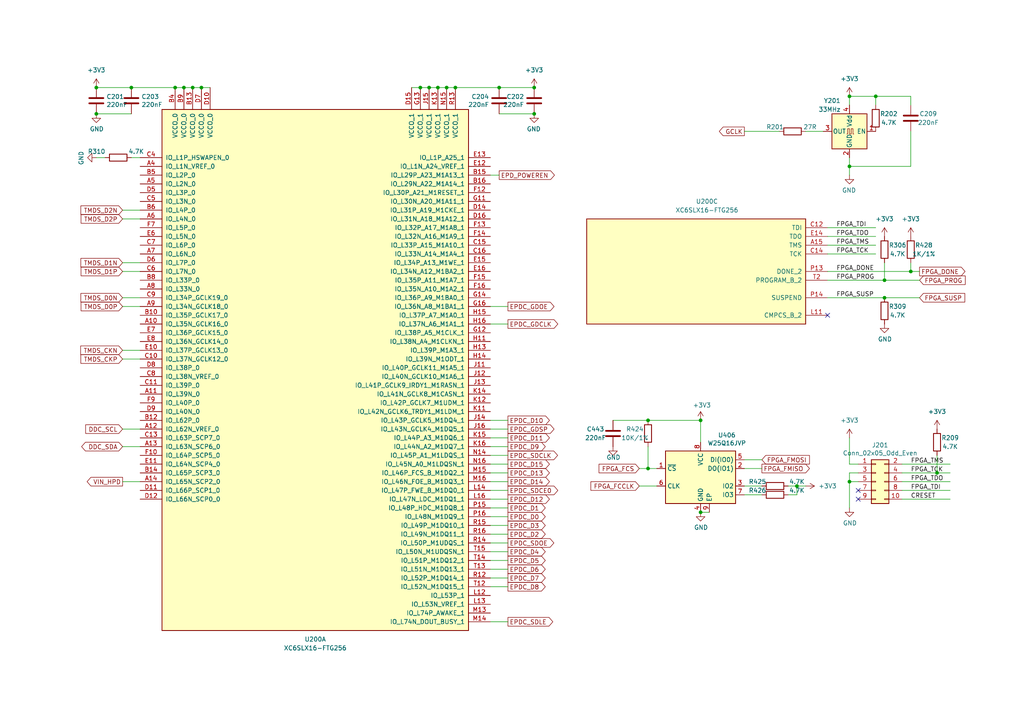
<source format=kicad_sch>
(kicad_sch (version 20230121) (generator eeschema)
  (paper "A4")
  (title_block (title "Caster EPDC") (date "2022-07-03") (rev "R0.4") (company "Copyright 2022 Modos / Engineer: Wenting Zhang"))
  (lib_symbols
    (symbol "Connector_Generic:Conn_02x05_Odd_Even" (pin_names (offset 1.016) hide)
      (property "Reference" "J" (at 1.27 7.62 0))
      (property "Value" "Conn_02x05_Odd_Even" (at 1.27 -7.62 0))
      (symbol "Conn_02x05_Odd_Even_1_1"
        (rectangle (start -1.27 -4.953) (end 0 -5.207) (stroke (width 0.1524)))
        (rectangle (start -1.27 -2.413) (end 0 -2.667) (stroke (width 0.1524)))
        (rectangle (start -1.27 0.127) (end 0 -0.127) (stroke (width 0.1524)))
        (rectangle (start -1.27 2.667) (end 0 2.413) (stroke (width 0.1524)))
        (rectangle (start -1.27 5.207) (end 0 4.953) (stroke (width 0.1524)))
        (rectangle (start -1.27 6.35) (end 3.81 -6.35) (stroke (width 0.254)) (fill (type background)))
        (rectangle (start 3.81 -4.953) (end 2.54 -5.207) (stroke (width 0.1524)))
        (rectangle (start 3.81 -2.413) (end 2.54 -2.667) (stroke (width 0.1524)))
        (rectangle (start 3.81 0.127) (end 2.54 -0.127) (stroke (width 0.1524)))
        (rectangle (start 3.81 2.667) (end 2.54 2.413) (stroke (width 0.1524)))
        (rectangle (start 3.81 5.207) (end 2.54 4.953) (stroke (width 0.1524)))
        (pin passive line (at -5.08 5.08 0) (length 3.81) (name "Pin_1") (number "1"))
        (pin passive line (at 7.62 -5.08 180) (length 3.81) (name "Pin_10") (number "10"))
        (pin passive line (at 7.62 5.08 180) (length 3.81) (name "Pin_2") (number "2"))
        (pin passive line (at -5.08 2.54 0) (length 3.81) (name "Pin_3") (number "3"))
        (pin passive line (at 7.62 2.54 180) (length 3.81) (name "Pin_4") (number "4"))
        (pin passive line (at -5.08 0 0) (length 3.81) (name "Pin_5") (number "5"))
        (pin passive line (at 7.62 0 180) (length 3.81) (name "Pin_6") (number "6"))
        (pin passive line (at -5.08 -2.54 0) (length 3.81) (name "Pin_7") (number "7"))
        (pin passive line (at 7.62 -2.54 180) (length 3.81) (name "Pin_8") (number "8"))
        (pin passive line (at -5.08 -5.08 0) (length 3.81) (name "Pin_9") (number "9"))
      )
    )
    (symbol "Device:C" (pin_numbers hide) (pin_names (offset 0.254))
      (property "Reference" "C" (at 0.635 2.54 0))
      (property "Value" "C" (at 0.635 -2.54 0))
      (symbol "C_0_1"
        (polyline (pts (xy -2.032 -0.762) (xy 2.032 -0.762)) (stroke (width 0.508)))
        (polyline (pts (xy -2.032 0.762) (xy 2.032 0.762)) (stroke (width 0.508)))
      )
      (symbol "C_1_1"
        (pin passive line (at 0 3.81 270) (length 2.794) (name "~") (number "1"))
        (pin passive line (at 0 -3.81 90) (length 2.794) (name "~") (number "2"))
      )
    )
    (symbol "Device:R" (pin_numbers hide) (pin_names (offset 0))
      (property "Reference" "R" (at 2.032 0 90))
      (property "Value" "R" (at 0 0 90))
      (symbol "R_0_1"
        (rectangle (start -1.016 -2.54) (end 1.016 2.54) (stroke (width 0.254)))
      )
      (symbol "R_1_1"
        (pin passive line (at 0 3.81 270) (length 1.27) (name "~") (number "1"))
        (pin passive line (at 0 -3.81 90) (length 1.27) (name "~") (number "2"))
      )
    )
    (symbol "FPGA_Xilinx_Spartan6:XC6SLX16-FTG256" (pin_names (offset 1.016))
      (property "Reference" "U" (at 0 1.27 0))
      (property "Value" "XC6SLX16-FTG256" (at 0 -1.27 0))
      (symbol "XC6SLX16-FTG256_1_1"
        (rectangle (start -44.45 72.39) (end 44.45 -78.74) (stroke (width 0.254)) (fill (type background)))
        (pin bidirectional line (at -50.8 10.16 0) (length 6.35) (name "IO_L35N_GCLK16_0") (number "A10"))
        (pin bidirectional line (at -50.8 -10.16 0) (length 6.35) (name "IO_L39N_0") (number "A11"))
        (pin bidirectional line (at -50.8 -20.32 0) (length 6.35) (name "IO_L62N_VREF_0") (number "A12"))
        (pin bidirectional line (at -50.8 -25.4 0) (length 6.35) (name "IO_L63N_SCP6_0") (number "A13"))
        (pin bidirectional line (at -50.8 -35.56 0) (length 6.35) (name "IO_L65N_SCP2_0") (number "A14"))
        (pin bidirectional line (at -50.8 55.88 0) (length 6.35) (name "IO_L1N_VREF_0") (number "A4"))
        (pin bidirectional line (at -50.8 50.8 0) (length 6.35) (name "IO_L2N_0") (number "A5"))
        (pin bidirectional line (at -50.8 40.64 0) (length 6.35) (name "IO_L4N_0") (number "A6"))
        (pin bidirectional line (at -50.8 30.48 0) (length 6.35) (name "IO_L6N_0") (number "A7"))
        (pin bidirectional line (at -50.8 20.32 0) (length 6.35) (name "IO_L33N_0") (number "A8"))
        (pin bidirectional line (at -50.8 15.24 0) (length 6.35) (name "IO_L34N_GCLK18_0") (number "A9"))
        (pin bidirectional line (at -50.8 12.7 0) (length 6.35) (name "IO_L35P_GCLK17_0") (number "B10"))
        (pin bidirectional line (at -50.8 -17.78 0) (length 6.35) (name "IO_L62P_0") (number "B12"))
        (pin power_in line (at -35.56 78.74 270) (length 6.35) (name "VCCO_0") (number "B13"))
        (pin bidirectional line (at -50.8 -33.02 0) (length 6.35) (name "IO_L65P_SCP3_0") (number "B14"))
        (pin bidirectional line (at 50.8 53.34 180) (length 6.35) (name "IO_L29P_A23_M1A13_1") (number "B15"))
        (pin bidirectional line (at 50.8 50.8 180) (length 6.35) (name "IO_L29N_A22_M1A14_1") (number "B16"))
        (pin power_in line (at -40.64 78.74 270) (length 6.35) (name "VCCO_0") (number "B4"))
        (pin bidirectional line (at -50.8 53.34 0) (length 6.35) (name "IO_L2P_0") (number "B5"))
        (pin bidirectional line (at -50.8 43.18 0) (length 6.35) (name "IO_L4P_0") (number "B6"))
        (pin bidirectional line (at -50.8 22.86 0) (length 6.35) (name "IO_L33P_0") (number "B8"))
        (pin power_in line (at -38.1 78.74 270) (length 6.35) (name "VCCO_0") (number "B9"))
        (pin bidirectional line (at -50.8 0 0) (length 6.35) (name "IO_L37N_GCLK12_0") (number "C10"))
        (pin bidirectional line (at -50.8 -7.62 0) (length 6.35) (name "IO_L39P_0") (number "C11"))
        (pin bidirectional line (at -50.8 -22.86 0) (length 6.35) (name "IO_L63P_SCP7_0") (number "C13"))
        (pin bidirectional line (at 50.8 33.02 180) (length 6.35) (name "IO_L33P_A15_M1A10_1") (number "C15"))
        (pin bidirectional line (at 50.8 30.48 180) (length 6.35) (name "IO_L33N_A14_M1A4_1") (number "C16"))
        (pin bidirectional line (at -50.8 58.42 0) (length 6.35) (name "IO_L1P_HSWAPEN_0") (number "C4"))
        (pin bidirectional line (at -50.8 45.72 0) (length 6.35) (name "IO_L3N_0") (number "C5"))
        (pin bidirectional line (at -50.8 25.4 0) (length 6.35) (name "IO_L7N_0") (number "C6"))
        (pin bidirectional line (at -50.8 33.02 0) (length 6.35) (name "IO_L6P_0") (number "C7"))
        (pin bidirectional line (at -50.8 -5.08 0) (length 6.35) (name "IO_L38N_VREF_0") (number "C8"))
        (pin bidirectional line (at -50.8 17.78 0) (length 6.35) (name "IO_L34P_GCLK19_0") (number "C9"))
        (pin power_in line (at -30.48 78.74 270) (length 6.35) (name "VCCO_0") (number "D10"))
        (pin bidirectional line (at -50.8 -38.1 0) (length 6.35) (name "IO_L66P_SCP1_0") (number "D11"))
        (pin bidirectional line (at -50.8 -40.64 0) (length 6.35) (name "IO_L66N_SCP0_0") (number "D12"))
        (pin bidirectional line (at 50.8 43.18 180) (length 6.35) (name "IO_L31P_A19_M1CKE_1") (number "D14"))
        (pin power_in line (at 27.94 78.74 270) (length 6.35) (name "VCCO_1") (number "D15"))
        (pin bidirectional line (at 50.8 40.64 180) (length 6.35) (name "IO_L31N_A18_M1A12_1") (number "D16"))
        (pin bidirectional line (at -50.8 48.26 0) (length 6.35) (name "IO_L3P_0") (number "D5"))
        (pin bidirectional line (at -50.8 27.94 0) (length 6.35) (name "IO_L7P_0") (number "D6"))
        (pin power_in line (at -33.02 78.74 270) (length 6.35) (name "VCCO_0") (number "D7"))
        (pin bidirectional line (at -50.8 -2.54 0) (length 6.35) (name "IO_L38P_0") (number "D8"))
        (pin bidirectional line (at -50.8 -15.24 0) (length 6.35) (name "IO_L40N_0") (number "D9"))
        (pin bidirectional line (at -50.8 2.54 0) (length 6.35) (name "IO_L37P_GCLK13_0") (number "E10"))
        (pin bidirectional line (at -50.8 -30.48 0) (length 6.35) (name "IO_L64N_SCP4_0") (number "E11"))
        (pin bidirectional line (at 50.8 55.88 180) (length 6.35) (name "IO_L1N_A24_VREF_1") (number "E12"))
        (pin bidirectional line (at 50.8 58.42 180) (length 6.35) (name "IO_L1P_A25_1") (number "E13"))
        (pin bidirectional line (at 50.8 27.94 180) (length 6.35) (name "IO_L34P_A13_M1WE_1") (number "E15"))
        (pin bidirectional line (at 50.8 25.4 180) (length 6.35) (name "IO_L34N_A12_M1BA2_1") (number "E16"))
        (pin bidirectional line (at -50.8 35.56 0) (length 6.35) (name "IO_L5N_0") (number "E6"))
        (pin bidirectional line (at -50.8 7.62 0) (length 6.35) (name "IO_L36P_GCLK15_0") (number "E7"))
        (pin bidirectional line (at -50.8 5.08 0) (length 6.35) (name "IO_L36N_GCLK14_0") (number "E8"))
        (pin bidirectional line (at -50.8 -27.94 0) (length 6.35) (name "IO_L64P_SCP5_0") (number "F10"))
        (pin bidirectional line (at 50.8 48.26 180) (length 6.35) (name "IO_L30P_A21_M1RESET_1") (number "F12"))
        (pin bidirectional line (at 50.8 38.1 180) (length 6.35) (name "IO_L32P_A17_M1A8_1") (number "F13"))
        (pin bidirectional line (at 50.8 35.56 180) (length 6.35) (name "IO_L32N_A16_M1A9_1") (number "F14"))
        (pin bidirectional line (at 50.8 22.86 180) (length 6.35) (name "IO_L35P_A11_M1A7_1") (number "F15"))
        (pin bidirectional line (at 50.8 20.32 180) (length 6.35) (name "IO_L35N_A10_M1A2_1") (number "F16"))
        (pin bidirectional line (at -50.8 38.1 0) (length 6.35) (name "IO_L5P_0") (number "F7"))
        (pin bidirectional line (at -50.8 -12.7 0) (length 6.35) (name "IO_L40P_0") (number "F9"))
        (pin bidirectional line (at 50.8 45.72 180) (length 6.35) (name "IO_L30N_A20_M1A11_1") (number "G11"))
        (pin bidirectional line (at 50.8 7.62 180) (length 6.35) (name "IO_L38P_A5_M1CLK_1") (number "G12"))
        (pin power_in line (at 30.48 78.74 270) (length 6.35) (name "VCCO_1") (number "G13"))
        (pin bidirectional line (at 50.8 17.78 180) (length 6.35) (name "IO_L36P_A9_M1BA0_1") (number "G14"))
        (pin bidirectional line (at 50.8 15.24 180) (length 6.35) (name "IO_L36N_A8_M1BA1_1") (number "G16"))
        (pin bidirectional line (at 50.8 5.08 180) (length 6.35) (name "IO_L38N_A4_M1CLKN_1") (number "H11"))
        (pin bidirectional line (at 50.8 2.54 180) (length 6.35) (name "IO_L39P_M1A3_1") (number "H13"))
        (pin bidirectional line (at 50.8 0 180) (length 6.35) (name "IO_L39N_M1ODT_1") (number "H14"))
        (pin bidirectional line (at 50.8 12.7 180) (length 6.35) (name "IO_L37P_A7_M1A0_1") (number "H15"))
        (pin bidirectional line (at 50.8 10.16 180) (length 6.35) (name "IO_L37N_A6_M1A1_1") (number "H16"))
        (pin bidirectional line (at 50.8 -2.54 180) (length 6.35) (name "IO_L40P_GCLK11_M1A5_1") (number "J11"))
        (pin bidirectional line (at 50.8 -5.08 180) (length 6.35) (name "IO_L40N_GCLK10_M1A6_1") (number "J12"))
        (pin bidirectional line (at 50.8 -7.62 180) (length 6.35) (name "IO_L41P_GCLK9_IRDY1_M1RASN_1") (number "J13"))
        (pin bidirectional line (at 50.8 -17.78 180) (length 6.35) (name "IO_L43P_GCLK5_M1DQ4_1") (number "J14"))
        (pin power_in line (at 33.02 78.74 270) (length 6.35) (name "VCCO_1") (number "J15"))
        (pin bidirectional line (at 50.8 -20.32 180) (length 6.35) (name "IO_L43N_GCLK4_M1DQ5_1") (number "J16"))
        (pin bidirectional line (at 50.8 -15.24 180) (length 6.35) (name "IO_L42N_GCLK6_TRDY1_M1LDM_1") (number "K11"))
        (pin bidirectional line (at 50.8 -12.7 180) (length 6.35) (name "IO_L42P_GCLK7_M1UDM_1") (number "K12"))
        (pin power_in line (at 35.56 78.74 270) (length 6.35) (name "VCCO_1") (number "K13"))
        (pin bidirectional line (at 50.8 -10.16 180) (length 6.35) (name "IO_L41N_GCLK8_M1CASN_1") (number "K14"))
        (pin bidirectional line (at 50.8 -22.86 180) (length 6.35) (name "IO_L44P_A3_M1DQ6_1") (number "K15"))
        (pin bidirectional line (at 50.8 -25.4 180) (length 6.35) (name "IO_L44N_A2_M1DQ7_1") (number "K16"))
        (pin bidirectional line (at 50.8 -68.58 180) (length 6.35) (name "IO_L53P_1") (number "L12"))
        (pin bidirectional line (at 50.8 -71.12 180) (length 6.35) (name "IO_L53N_VREF_1") (number "L13"))
        (pin bidirectional line (at 50.8 -38.1 180) (length 6.35) (name "IO_L47P_FWE_B_M1DQ0_1") (number "L14"))
        (pin bidirectional line (at 50.8 -40.64 180) (length 6.35) (name "IO_L47N_LDC_M1DQ1_1") (number "L16"))
        (pin bidirectional line (at 50.8 -73.66 180) (length 6.35) (name "IO_L74P_AWAKE_1") (number "M13"))
        (pin bidirectional line (at 50.8 -76.2 180) (length 6.35) (name "IO_L74N_DOUT_BUSY_1") (number "M14"))
        (pin bidirectional line (at 50.8 -33.02 180) (length 6.35) (name "IO_L46P_FCS_B_M1DQ2_1") (number "M15"))
        (pin bidirectional line (at 50.8 -35.56 180) (length 6.35) (name "IO_L46N_FOE_B_M1DQ3_1") (number "M16"))
        (pin bidirectional line (at 50.8 -27.94 180) (length 6.35) (name "IO_L45P_A1_M1LDQS_1") (number "N14"))
        (pin power_in line (at 38.1 78.74 270) (length 6.35) (name "VCCO_1") (number "N15"))
        (pin bidirectional line (at 50.8 -30.48 180) (length 6.35) (name "IO_L45N_A0_M1LDQSN_1") (number "N16"))
        (pin bidirectional line (at 50.8 -43.18 180) (length 6.35) (name "IO_L48P_HDC_M1DQ8_1") (number "P15"))
        (pin bidirectional line (at 50.8 -45.72 180) (length 6.35) (name "IO_L48N_M1DQ9_1") (number "P16"))
        (pin bidirectional line (at 50.8 -63.5 180) (length 6.35) (name "IO_L52P_M1DQ14_1") (number "R12"))
        (pin power_in line (at 40.64 78.74 270) (length 6.35) (name "VCCO_1") (number "R13"))
        (pin bidirectional line (at 50.8 -53.34 180) (length 6.35) (name "IO_L50P_M1UDQS_1") (number "R14"))
        (pin bidirectional line (at 50.8 -48.26 180) (length 6.35) (name "IO_L49P_M1DQ10_1") (number "R15"))
        (pin bidirectional line (at 50.8 -50.8 180) (length 6.35) (name "IO_L49N_M1DQ11_1") (number "R16"))
        (pin bidirectional line (at 50.8 -66.04 180) (length 6.35) (name "IO_L52N_M1DQ15_1") (number "T12"))
        (pin bidirectional line (at 50.8 -60.96 180) (length 6.35) (name "IO_L51N_M1DQ13_1") (number "T13"))
        (pin bidirectional line (at 50.8 -58.42 180) (length 6.35) (name "IO_L51P_M1DQ12_1") (number "T14"))
        (pin bidirectional line (at 50.8 -55.88 180) (length 6.35) (name "IO_L50N_M1UDQSN_1") (number "T15"))
      )
      (symbol "XC6SLX16-FTG256_2_1"
        (rectangle (start -44.45 72.39) (end 44.45 -78.74) (stroke (width 0.254)) (fill (type background)))
        (pin bidirectional line (at 50.8 -55.88 180) (length 6.35) (name "IO_L52N_M3A9_3") (number "A2"))
        (pin bidirectional line (at 50.8 -76.2 180) (length 6.35) (name "IO_L83N_VREF_3") (number "A3"))
        (pin bidirectional line (at 50.8 -45.72 180) (length 6.35) (name "IO_L50N_M3BA2_3") (number "B1"))
        (pin bidirectional line (at 50.8 -53.34 180) (length 6.35) (name "IO_L52P_M3A8_3") (number "B2"))
        (pin bidirectional line (at 50.8 -73.66 180) (length 6.35) (name "IO_L83P_3") (number "B3"))
        (pin bidirectional line (at 50.8 -43.18 180) (length 6.35) (name "IO_L50P_M3WE_3") (number "C1"))
        (pin bidirectional line (at 50.8 -35.56 180) (length 6.35) (name "IO_L48N_M3BA1_3") (number "C2"))
        (pin bidirectional line (at 50.8 -33.02 180) (length 6.35) (name "IO_L48P_M3BA0_3") (number "C3"))
        (pin bidirectional line (at 50.8 -40.64 180) (length 6.35) (name "IO_L49N_M3A2_3") (number "D1"))
        (pin power_in line (at 30.48 78.74 270) (length 6.35) (name "VCCO_3") (number "D2"))
        (pin bidirectional line (at 50.8 -38.1 180) (length 6.35) (name "IO_L49P_M3A7_3") (number "D3"))
        (pin bidirectional line (at 50.8 -25.4 180) (length 6.35) (name "IO_L46N_M3CLKN_3") (number "E1"))
        (pin bidirectional line (at 50.8 -22.86 180) (length 6.35) (name "IO_L46P_M3CLK_3") (number "E2"))
        (pin bidirectional line (at 50.8 -66.04 180) (length 6.35) (name "IO_L54N_M3A11_3") (number "E3"))
        (pin bidirectional line (at 50.8 -63.5 180) (length 6.35) (name "IO_L54P_M3RESET_3") (number "E4"))
        (pin bidirectional line (at 50.8 0 180) (length 6.35) (name "IO_L41N_GCLK26_M3DQ5_3") (number "F1"))
        (pin bidirectional line (at 50.8 2.54 180) (length 6.35) (name "IO_L41P_GCLK27_M3DQ4_3") (number "F2"))
        (pin bidirectional line (at 50.8 -60.96 180) (length 6.35) (name "IO_L53N_M3A12_3") (number "F3"))
        (pin bidirectional line (at 50.8 -58.42 180) (length 6.35) (name "IO_L53P_M3CKE_3") (number "F4"))
        (pin bidirectional line (at 50.8 -71.12 180) (length 6.35) (name "IO_L55N_M3A14_3") (number "F5"))
        (pin bidirectional line (at 50.8 -68.58 180) (length 6.35) (name "IO_L55P_M3A13_3") (number "F6"))
        (pin bidirectional line (at 50.8 5.08 180) (length 6.35) (name "IO_L40N_M3DQ7_3") (number "G1"))
        (pin bidirectional line (at 50.8 7.62 180) (length 6.35) (name "IO_L40P_M3DQ6_3") (number "G3"))
        (pin power_in line (at 33.02 78.74 270) (length 6.35) (name "VCCO_3") (number "G4"))
        (pin bidirectional line (at 50.8 -50.8 180) (length 6.35) (name "IO_L51N_M3A4_3") (number "G5"))
        (pin bidirectional line (at 50.8 -48.26 180) (length 6.35) (name "IO_L51P_M3A10_3") (number "G6"))
        (pin bidirectional line (at 50.8 10.16 180) (length 6.35) (name "IO_L39N_M3LDQSN_3") (number "H1"))
        (pin bidirectional line (at 50.8 12.7 180) (length 6.35) (name "IO_L39P_M3LDQS_3") (number "H2"))
        (pin bidirectional line (at 50.8 -15.24 180) (length 6.35) (name "IO_L44N_GCLK20_M3A6_3") (number "H3"))
        (pin bidirectional line (at 50.8 -12.7 180) (length 6.35) (name "IO_L44P_GCLK21_M3A5_3") (number "H4"))
        (pin bidirectional line (at 50.8 -10.16 180) (length 6.35) (name "IO_L43N_GCLK22_IRDY2_M3CASN_3") (number "H5"))
        (pin bidirectional line (at 50.8 15.24 180) (length 6.35) (name "IO_L38N_M3DQ3_3") (number "J1"))
        (pin power_in line (at 35.56 78.74 270) (length 6.35) (name "VCCO_3") (number "J2"))
        (pin bidirectional line (at 50.8 17.78 180) (length 6.35) (name "IO_L38P_M3DQ2_3") (number "J3"))
        (pin bidirectional line (at 50.8 -5.08 180) (length 6.35) (name "IO_L42N_GCLK24_M3LDM_3") (number "J4"))
        (pin bidirectional line (at 50.8 -7.62 180) (length 6.35) (name "IO_L43P_GCLK23_M3RASN_3") (number "J6"))
        (pin bidirectional line (at 50.8 20.32 180) (length 6.35) (name "IO_L37N_M3DQ1_3") (number "K1"))
        (pin bidirectional line (at 50.8 22.86 180) (length 6.35) (name "IO_L37P_M3DQ0_3") (number "K2"))
        (pin bidirectional line (at 50.8 -2.54 180) (length 6.35) (name "IO_L42P_GCLK25_TRDY2_M3UDM_3") (number "K3"))
        (pin power_in line (at 38.1 78.74 270) (length 6.35) (name "VCCO_3") (number "K4"))
        (pin bidirectional line (at 50.8 -27.94 180) (length 6.35) (name "IO_L47P_M3A0_3") (number "K5"))
        (pin bidirectional line (at 50.8 -30.48 180) (length 6.35) (name "IO_L47N_M3A1_3") (number "K6"))
        (pin bidirectional line (at 50.8 25.4 180) (length 6.35) (name "IO_L36N_M3DQ9_3") (number "L1"))
        (pin bidirectional line (at -50.8 27.94 0) (length 6.35) (name "IO_L16P_2") (number "L10"))
        (pin bidirectional line (at 50.8 27.94 180) (length 6.35) (name "IO_L36P_M3DQ8_3") (number "L3"))
        (pin bidirectional line (at 50.8 -17.78 180) (length 6.35) (name "IO_L45P_M3A3_3") (number "L4"))
        (pin bidirectional line (at 50.8 -20.32 180) (length 6.35) (name "IO_L45N_M3ODT_3") (number "L5"))
        (pin bidirectional line (at -50.8 -20.32 0) (length 6.35) (name "IO_L62N_D6_2") (number "L7"))
        (pin bidirectional line (at -50.8 -17.78 0) (length 6.35) (name "IO_L62P_D5_2") (number "L8"))
        (pin bidirectional line (at 50.8 30.48 180) (length 6.35) (name "IO_L35N_M3DQ11_3") (number "M1"))
        (pin bidirectional line (at -50.8 25.4 0) (length 6.35) (name "IO_L16N_VREF_2") (number "M10"))
        (pin bidirectional line (at -50.8 50.8 0) (length 6.35) (name "IO_L2N_CMPMOSI_2") (number "M11"))
        (pin bidirectional line (at -50.8 53.34 0) (length 6.35) (name "IO_L2P_CMPCLK_2") (number "M12"))
        (pin bidirectional line (at 50.8 33.02 180) (length 6.35) (name "IO_L35P_M3DQ10_3") (number "M2"))
        (pin bidirectional line (at 50.8 55.88 180) (length 6.35) (name "IO_L1N_VREF_3") (number "M3"))
        (pin bidirectional line (at 50.8 58.42 180) (length 6.35) (name "IO_L1P_3") (number "M4"))
        (pin bidirectional line (at 50.8 53.34 180) (length 6.35) (name "IO_L2P_3") (number "M5"))
        (pin bidirectional line (at -50.8 -27.94 0) (length 6.35) (name "IO_L64P_D8_2") (number "M6"))
        (pin bidirectional line (at -50.8 5.08 0) (length 6.35) (name "IO_L31N_GCLK30_D15_2") (number "M7"))
        (pin bidirectional line (at -50.8 17.78 0) (length 6.35) (name "IO_L29P_GCLK3_2") (number "M9"))
        (pin bidirectional line (at 50.8 35.56 180) (length 6.35) (name "IO_L34N_M3UDQSN_3") (number "N1"))
        (pin power_in line (at -38.1 78.74 270) (length 6.35) (name "VCCO_2") (number "N10"))
        (pin bidirectional line (at -50.8 38.1 0) (length 6.35) (name "IO_L13P_M1_2") (number "N11"))
        (pin bidirectional line (at -50.8 43.18 0) (length 6.35) (name "IO_L12P_D1_MISO2_2") (number "N12"))
        (pin power_in line (at 40.64 78.74 270) (length 6.35) (name "VCCO_3") (number "N2"))
        (pin bidirectional line (at 50.8 38.1 180) (length 6.35) (name "IO_L34P_M3UDQS_3") (number "N3"))
        (pin bidirectional line (at 50.8 50.8 180) (length 6.35) (name "IO_L2N_3") (number "N4"))
        (pin bidirectional line (at -50.8 -12.7 0) (length 6.35) (name "IO_L49P_D3_2") (number "N5"))
        (pin bidirectional line (at -50.8 -30.48 0) (length 6.35) (name "IO_L64N_D9_2") (number "N6"))
        (pin power_in line (at -40.64 78.74 270) (length 6.35) (name "VCCO_2") (number "N7"))
        (pin bidirectional line (at -50.8 15.24 0) (length 6.35) (name "IO_L29N_GCLK2_2") (number "N8"))
        (pin bidirectional line (at -50.8 33.02 0) (length 6.35) (name "IO_L14P_D11_2") (number "N9"))
        (pin bidirectional line (at 50.8 40.64 180) (length 6.35) (name "IO_L33N_M3DQ13_3") (number "P1"))
        (pin bidirectional line (at -50.8 48.26 0) (length 6.35) (name "IO_L3P_D0_DIN_MISO_MISO1_2") (number "P10"))
        (pin bidirectional line (at -50.8 35.56 0) (length 6.35) (name "IO_L13N_D10_2") (number "P11"))
        (pin bidirectional line (at -50.8 40.64 0) (length 6.35) (name "IO_L12N_D2_MISO3_2") (number "P12"))
        (pin bidirectional line (at 50.8 43.18 180) (length 6.35) (name "IO_L33P_M3DQ12_3") (number "P2"))
        (pin bidirectional line (at -50.8 -22.86 0) (length 6.35) (name "IO_L63P_2") (number "P4"))
        (pin bidirectional line (at -50.8 -15.24 0) (length 6.35) (name "IO_L49N_D4_2") (number "P5"))
        (pin bidirectional line (at -50.8 -2.54 0) (length 6.35) (name "IO_L47P_2") (number "P6"))
        (pin bidirectional line (at -50.8 7.62 0) (length 6.35) (name "IO_L31P_GCLK31_D14_2") (number "P7"))
        (pin bidirectional line (at -50.8 12.7 0) (length 6.35) (name "IO_L30P_GCLK1_D13_2") (number "P8"))
        (pin bidirectional line (at -50.8 30.48 0) (length 6.35) (name "IO_L14N_D12_2") (number "P9"))
        (pin bidirectional line (at 50.8 45.72 180) (length 6.35) (name "IO_L32N_M3DQ15_3") (number "R1"))
        (pin bidirectional line (at -50.8 58.42 0) (length 6.35) (name "IO_L1P_CCLK_2") (number "R11"))
        (pin bidirectional line (at 50.8 48.26 180) (length 6.35) (name "IO_L32P_M3DQ14_3") (number "R2"))
        (pin bidirectional line (at -50.8 -33.02 0) (length 6.35) (name "IO_L65P_INIT_B_2") (number "R3"))
        (pin power_in line (at -35.56 78.74 270) (length 6.35) (name "VCCO_2") (number "R4"))
        (pin bidirectional line (at -50.8 -7.62 0) (length 6.35) (name "IO_L48P_D7_2") (number "R5"))
        (pin bidirectional line (at -50.8 2.54 0) (length 6.35) (name "IO_L32P_GCLK29_2") (number "R7"))
        (pin power_in line (at -33.02 78.74 270) (length 6.35) (name "VCCO_2") (number "R8"))
        (pin bidirectional line (at -50.8 22.86 0) (length 6.35) (name "IO_L23P_2") (number "R9"))
        (pin bidirectional line (at -50.8 45.72 0) (length 6.35) (name "IO_L3N_MOSI_CSI_B_MISO0_2") (number "T10"))
        (pin bidirectional line (at -50.8 55.88 0) (length 6.35) (name "IO_L1N_M0_CMPMISO_2") (number "T11"))
        (pin bidirectional line (at -50.8 -35.56 0) (length 6.35) (name "IO_L65N_CSO_B_2") (number "T3"))
        (pin bidirectional line (at -50.8 -25.4 0) (length 6.35) (name "IO_L63N_2") (number "T4"))
        (pin bidirectional line (at -50.8 -10.16 0) (length 6.35) (name "IO_L48N_RDWR_B_VREF_2") (number "T5"))
        (pin bidirectional line (at -50.8 -5.08 0) (length 6.35) (name "IO_L47N_2") (number "T6"))
        (pin bidirectional line (at -50.8 0 0) (length 6.35) (name "IO_L32N_GCLK28_2") (number "T7"))
        (pin bidirectional line (at -50.8 10.16 0) (length 6.35) (name "IO_L30N_GCLK0_USERCCLK_2") (number "T8"))
        (pin bidirectional line (at -50.8 20.32 0) (length 6.35) (name "IO_L23N_2") (number "T9"))
      )
      (symbol "XC6SLX16-FTG256_3_1"
        (rectangle (start -31.75 15.24) (end 31.75 -15.24) (stroke (width 0.254)) (fill (type background)))
        (pin bidirectional line (at 38.1 7.62 180) (length 6.35) (name "TMS") (number "A15"))
        (pin bidirectional line (at 38.1 12.7 180) (length 6.35) (name "TDI") (number "C12"))
        (pin bidirectional line (at 38.1 5.08 180) (length 6.35) (name "TCK") (number "C14"))
        (pin bidirectional line (at 38.1 10.16 180) (length 6.35) (name "TDO") (number "E14"))
        (pin bidirectional line (at 38.1 -12.7 180) (length 6.35) (name "CMPCS_B_2") (number "L11"))
        (pin bidirectional line (at 38.1 0 180) (length 6.35) (name "DONE_2") (number "P13"))
        (pin bidirectional line (at 38.1 -7.62 180) (length 6.35) (name "SUSPEND") (number "P14"))
        (pin bidirectional line (at 38.1 -2.54 180) (length 6.35) (name "PROGRAM_B_2") (number "T2"))
      )
      (symbol "XC6SLX16-FTG256_4_1"
        (rectangle (start -19.05 30.48) (end 19.05 -30.48) (stroke (width 0.254)) (fill (type background)))
        (pin power_in line (at -25.4 2.54 0) (length 6.35) (name "GND") (number "A1"))
        (pin power_in line (at -25.4 0 0) (length 6.35) (name "GND") (number "A16"))
        (pin power_in line (at -25.4 -5.08 0) (length 6.35) (name "GND") (number "B11"))
        (pin power_in line (at -25.4 -2.54 0) (length 6.35) (name "GND") (number "B7"))
        (pin power_in line (at -25.4 -10.16 0) (length 6.35) (name "GND") (number "D13"))
        (pin power_in line (at -25.4 -7.62 0) (length 6.35) (name "GND") (number "D4"))
        (pin power_in line (at -25.4 27.94 0) (length 6.35) (name "VCCAUX") (number "E5"))
        (pin power_in line (at -25.4 -12.7 0) (length 6.35) (name "GND") (number "E9"))
        (pin power_in line (at -25.4 22.86 0) (length 6.35) (name "VCCAUX") (number "F11"))
        (pin power_in line (at -25.4 25.4 0) (length 6.35) (name "VCCAUX") (number "F8"))
        (pin power_in line (at -25.4 20.32 0) (length 6.35) (name "VCCAUX") (number "G10"))
        (pin power_in line (at -25.4 -20.32 0) (length 6.35) (name "GND") (number "G15"))
        (pin power_in line (at -25.4 -15.24 0) (length 6.35) (name "GND") (number "G2"))
        (pin power_in line (at 25.4 27.94 180) (length 6.35) (name "VCCINT") (number "G7"))
        (pin power_in line (at -25.4 -17.78 0) (length 6.35) (name "GND") (number "G8"))
        (pin power_in line (at 25.4 25.4 180) (length 6.35) (name "VCCINT") (number "G9"))
        (pin power_in line (at 25.4 20.32 180) (length 6.35) (name "VCCINT") (number "H10"))
        (pin power_in line (at -25.4 -27.94 0) (length 6.35) (name "GND") (number "H12"))
        (pin power_in line (at -25.4 17.78 0) (length 6.35) (name "VCCAUX") (number "H6"))
        (pin power_in line (at -25.4 -22.86 0) (length 6.35) (name "GND") (number "H7"))
        (pin power_in line (at 25.4 22.86 180) (length 6.35) (name "VCCINT") (number "H8"))
        (pin power_in line (at -25.4 -25.4 0) (length 6.35) (name "GND") (number "H9"))
        (pin power_in line (at -25.4 15.24 0) (length 6.35) (name "VCCAUX") (number "J10"))
        (pin power_in line (at 25.4 2.54 180) (length 6.35) (name "GND") (number "J5"))
        (pin power_in line (at 25.4 17.78 180) (length 6.35) (name "VCCINT") (number "J7"))
        (pin power_in line (at 25.4 0 180) (length 6.35) (name "GND") (number "J8"))
        (pin power_in line (at 25.4 15.24 180) (length 6.35) (name "VCCINT") (number "J9"))
        (pin power_in line (at 25.4 10.16 180) (length 6.35) (name "VCCINT") (number "K10"))
        (pin power_in line (at 25.4 -2.54 180) (length 6.35) (name "GND") (number "K7"))
        (pin power_in line (at 25.4 12.7 180) (length 6.35) (name "VCCINT") (number "K8"))
        (pin power_in line (at 25.4 -5.08 180) (length 6.35) (name "GND") (number "K9"))
        (pin power_in line (at 25.4 -10.16 180) (length 6.35) (name "GND") (number "L15"))
        (pin power_in line (at 25.4 -7.62 180) (length 6.35) (name "GND") (number "L2"))
        (pin power_in line (at -25.4 12.7 0) (length 6.35) (name "VCCAUX") (number "L6"))
        (pin power_in line (at -25.4 10.16 0) (length 6.35) (name "VCCAUX") (number "L9"))
        (pin power_in line (at 25.4 -12.7 180) (length 6.35) (name "GND") (number "M8"))
        (pin power_in line (at 25.4 -15.24 180) (length 6.35) (name "GND") (number "N13"))
        (pin power_in line (at 25.4 -17.78 180) (length 6.35) (name "GND") (number "P3"))
        (pin power_in line (at 25.4 -22.86 180) (length 6.35) (name "GND") (number "R10"))
        (pin power_in line (at 25.4 -20.32 180) (length 6.35) (name "GND") (number "R6"))
        (pin power_in line (at 25.4 -25.4 180) (length 6.35) (name "GND") (number "T1"))
        (pin power_in line (at 25.4 -27.94 180) (length 6.35) (name "GND") (number "T16"))
      )
    )
    (symbol "Memory_Flash:W25Q32JVZP"
      (property "Reference" "U" (at -8.89 8.89 0))
      (property "Value" "W25Q32JVZP" (at 7.62 8.89 0))
      (symbol "W25Q32JVZP_0_1"
        (rectangle (start -10.16 7.62) (end 10.16 -7.62) (stroke (width 0.254)) (fill (type background)))
      )
      (symbol "W25Q32JVZP_1_1"
        (pin input line (at -12.7 2.54 0) (length 2.54) (name "~{CS}") (number "1"))
        (pin bidirectional line (at 12.7 2.54 180) (length 2.54) (name "DO(IO1)") (number "2"))
        (pin bidirectional line (at 12.7 -2.54 180) (length 2.54) (name "IO2") (number "3"))
        (pin power_in line (at 0 -10.16 90) (length 2.54) (name "GND") (number "4"))
        (pin bidirectional line (at 12.7 5.08 180) (length 2.54) (name "DI(IO0)") (number "5"))
        (pin input line (at -12.7 -2.54 0) (length 2.54) (name "CLK") (number "6"))
        (pin bidirectional line (at 12.7 -5.08 180) (length 2.54) (name "IO3") (number "7"))
        (pin power_in line (at 0 10.16 270) (length 2.54) (name "VCC") (number "8"))
        (pin passive line (at 2.54 -10.16 90) (length 2.54) (name "EP") (number "9"))
      )
    )
    (symbol "Oscillator:ASE-xxxMHz" (pin_names (offset 0.254))
      (property "Reference" "X" (at -5.08 6.35 0))
      (property "Value" "ASE-xxxMHz" (at 1.27 -6.35 0))
      (symbol "ASE-xxxMHz_0_1"
        (rectangle (start -5.08 5.08) (end 5.08 -5.08) (stroke (width 0.254)) (fill (type background)))
        (polyline (pts (xy -1.27 -0.762) (xy -1.016 -0.762) (xy -1.016 0.762) (xy -0.508 0.762) (xy -0.508 -0.762) (xy 0 -0.762) (xy 0 0.762) (xy 0.508 0.762) (xy 0.508 -0.762) (xy 0.762 -0.762)))
      )
      (symbol "ASE-xxxMHz_1_1"
        (pin input line (at -7.62 0 0) (length 2.54) (name "EN") (number "1"))
        (pin power_in line (at 0 -7.62 90) (length 2.54) (name "GND") (number "2"))
        (pin output line (at 7.62 0 180) (length 2.54) (name "OUT") (number "3"))
        (pin power_in line (at 0 7.62 270) (length 2.54) (name "Vdd") (number "4"))
      )
    )
    (symbol "power:+3V3" (power) (pin_names (offset 0))
      (property "Value" "+3V3" (at 0 3.556 0))
      (symbol "+3V3_0_1"
        (polyline (pts (xy -0.762 1.27) (xy 0 2.54)))
        (polyline (pts (xy 0 0) (xy 0 2.54)))
        (polyline (pts (xy 0 2.54) (xy 0.762 1.27)))
      )
      (symbol "+3V3_1_1"
        (pin power_in line (at 0 0 90) (length 0) hide (name "+3V3") (number "1"))
      )
    )
    (symbol "power:GND" (power) (pin_names (offset 0))
      (property "Value" "GND" (at 0 -3.81 0))
      (symbol "GND_0_1"
        (polyline (pts (xy 0 0) (xy 0 -1.27) (xy 1.27 -1.27) (xy 0 -2.54) (xy -1.27 -1.27) (xy 0 -1.27)))
      )
      (symbol "GND_1_1"
        (pin power_in line (at 0 0 270) (length 0) hide (name "GND") (number "1"))
      )
    )
  )
  (junction (at 154.94 33.02))
  (junction (at 27.94 25.4))
  (junction (at 50.8 25.4))
  (junction (at 144.78 25.4) (diameter 0.9144))
  (junction (at 187.96 121.92) (diameter 0.9144))
  (junction (at 154.94 25.4))
  (junction (at 38.1 25.4) (diameter 0.9144))
  (junction (at 124.46 25.4))
  (junction (at 187.96 135.89) (diameter 0.9144))
  (junction (at 256.54 81.28))
  (junction (at 127 25.4))
  (junction (at 264.16 78.74))
  (junction (at 58.42 25.4))
  (junction (at 254 27.94))
  (junction (at 53.34 25.4))
  (junction (at 129.54 25.4))
  (junction (at 203.2 148.59) (diameter 0.9144))
  (junction (at 121.92 25.4))
  (junction (at 55.88 25.4))
  (junction (at 231.14 140.97))
  (junction (at 27.94 33.02))
  (junction (at 256.54 86.36))
  (junction (at 246.38 139.7) (diameter 0.9144))
  (junction (at 246.38 48.26))
  (junction (at 203.2 121.92) (diameter 0.9144))
  (junction (at 246.38 27.94))
  (junction (at 132.08 25.4))
  (junction (at 271.78 137.16) (diameter 0.9144))
  (no_connect (at 248.92 142.24))
  (no_connect (at 248.92 144.78))
  (no_connect (at 240.03 91.44))
  (wire (pts (xy 55.88 25.4) (xy 58.42 25.4)))
  (wire (pts (xy 58.42 25.4) (xy 60.96 25.4)))
  (wire (pts (xy 240.03 66.04) (xy 254 66.04)))
  (wire (pts (xy 35.56 124.46) (xy 40.64 124.46)))
  (wire (pts (xy 254 27.94) (xy 254 30.48)))
  (wire (pts (xy 35.56 63.5) (xy 40.64 63.5)))
  (wire (pts (xy 154.94 25.4) (xy 144.78 25.4)))
  (wire (pts (xy 142.24 144.78) (xy 147.32 144.78)))
  (wire (pts (xy 264.16 78.74) (xy 266.7 78.74)))
  (wire (pts (xy 248.92 137.16) (xy 246.38 137.16)))
  (wire (pts (xy 215.9 133.35) (xy 220.98 133.35)))
  (wire (pts (xy 233.68 38.1) (xy 238.76 38.1)))
  (wire (pts (xy 254 68.58) (xy 240.03 68.58)))
  (wire (pts (xy 142.24 121.92) (xy 147.32 121.92)))
  (wire (pts (xy 185.42 140.97) (xy 190.5 140.97)))
  (wire (pts (xy 142.24 154.94) (xy 147.32 154.94)))
  (wire (pts (xy 205.74 148.59) (xy 203.2 148.59)))
  (wire (pts (xy 256.54 86.36) (xy 266.7 86.36)))
  (wire (pts (xy 35.56 76.2) (xy 40.64 76.2)))
  (wire (pts (xy 275.59 134.62) (xy 261.62 134.62)))
  (wire (pts (xy 142.24 167.64) (xy 147.32 167.64)))
  (wire (pts (xy 142.24 170.18) (xy 147.32 170.18)))
  (wire (pts (xy 35.56 88.9) (xy 40.64 88.9)))
  (wire (pts (xy 185.42 135.89) (xy 187.96 135.89)))
  (wire (pts (xy 38.1 45.72) (xy 40.64 45.72)))
  (wire (pts (xy 142.24 180.34) (xy 147.32 180.34)))
  (wire (pts (xy 256.54 76.2) (xy 256.54 81.28)))
  (wire (pts (xy 231.14 140.97) (xy 233.68 140.97)))
  (wire (pts (xy 142.24 152.4) (xy 147.32 152.4)))
  (wire (pts (xy 240.03 78.74) (xy 264.16 78.74)))
  (wire (pts (xy 35.56 86.36) (xy 40.64 86.36)))
  (wire (pts (xy 246.38 48.26) (xy 246.38 50.8)))
  (wire (pts (xy 246.38 45.72) (xy 246.38 48.26)))
  (wire (pts (xy 27.94 45.72) (xy 30.48 45.72)))
  (wire (pts (xy 254 71.12) (xy 240.03 71.12)))
  (wire (pts (xy 271.78 137.16) (xy 261.62 137.16)))
  (wire (pts (xy 142.24 165.1) (xy 147.32 165.1)))
  (wire (pts (xy 119.38 25.4) (xy 121.92 25.4)))
  (wire (pts (xy 121.92 25.4) (xy 124.46 25.4)))
  (wire (pts (xy 124.46 25.4) (xy 127 25.4)))
  (wire (pts (xy 203.2 128.27) (xy 203.2 121.92)))
  (wire (pts (xy 246.38 137.16) (xy 246.38 139.7)))
  (wire (pts (xy 248.92 139.7) (xy 246.38 139.7)))
  (wire (pts (xy 35.56 101.6) (xy 40.64 101.6)))
  (wire (pts (xy 142.24 162.56) (xy 147.32 162.56)))
  (wire (pts (xy 35.56 60.96) (xy 40.64 60.96)))
  (wire (pts (xy 142.24 147.32) (xy 147.32 147.32)))
  (wire (pts (xy 35.56 129.54) (xy 40.64 129.54)))
  (wire (pts (xy 254 73.66) (xy 240.03 73.66)))
  (wire (pts (xy 215.9 135.89) (xy 220.98 135.89)))
  (wire (pts (xy 264.16 27.94) (xy 254 27.94)))
  (wire (pts (xy 264.16 27.94) (xy 264.16 30.48)))
  (wire (pts (xy 246.38 139.7) (xy 246.38 147.32)))
  (wire (pts (xy 264.16 76.2) (xy 264.16 78.74)))
  (wire (pts (xy 228.6 143.51) (xy 231.14 143.51)))
  (wire (pts (xy 187.96 129.54) (xy 187.96 135.89)))
  (wire (pts (xy 271.78 132.08) (xy 271.78 137.16)))
  (wire (pts (xy 142.24 137.16) (xy 147.32 137.16)))
  (wire (pts (xy 35.56 139.7) (xy 40.64 139.7)))
  (wire (pts (xy 142.24 124.46) (xy 147.32 124.46)))
  (wire (pts (xy 240.03 86.36) (xy 256.54 86.36)))
  (wire (pts (xy 256.54 81.28) (xy 266.7 81.28)))
  (wire (pts (xy 142.24 149.86) (xy 147.32 149.86)))
  (wire (pts (xy 246.38 134.62) (xy 248.92 134.62)))
  (wire (pts (xy 261.62 144.78) (xy 275.59 144.78)))
  (wire (pts (xy 144.78 50.8) (xy 142.24 50.8)))
  (wire (pts (xy 215.9 38.1) (xy 226.06 38.1)))
  (wire (pts (xy 142.24 139.7) (xy 147.32 139.7)))
  (wire (pts (xy 38.1 33.02) (xy 27.94 33.02)))
  (wire (pts (xy 215.9 140.97) (xy 220.98 140.97)))
  (wire (pts (xy 240.03 81.28) (xy 256.54 81.28)))
  (wire (pts (xy 142.24 88.9) (xy 147.32 88.9)))
  (wire (pts (xy 142.24 134.62) (xy 147.32 134.62)))
  (wire (pts (xy 264.16 38.1) (xy 264.16 48.26)))
  (wire (pts (xy 264.16 48.26) (xy 246.38 48.26)))
  (wire (pts (xy 246.38 127) (xy 246.38 134.62)))
  (wire (pts (xy 142.24 127) (xy 147.32 127)))
  (wire (pts (xy 38.1 25.4) (xy 50.8 25.4)))
  (wire (pts (xy 50.8 25.4) (xy 53.34 25.4)))
  (wire (pts (xy 53.34 25.4) (xy 55.88 25.4)))
  (wire (pts (xy 275.59 137.16) (xy 271.78 137.16)))
  (wire (pts (xy 142.24 132.08) (xy 147.32 132.08)))
  (wire (pts (xy 35.56 78.74) (xy 40.64 78.74)))
  (wire (pts (xy 129.54 25.4) (xy 127 25.4)))
  (wire (pts (xy 132.08 25.4) (xy 129.54 25.4)))
  (wire (pts (xy 144.78 25.4) (xy 132.08 25.4)))
  (wire (pts (xy 177.8 121.92) (xy 187.96 121.92)))
  (wire (pts (xy 142.24 160.02) (xy 147.32 160.02)))
  (wire (pts (xy 275.59 142.24) (xy 261.62 142.24)))
  (wire (pts (xy 144.78 33.02) (xy 154.94 33.02)))
  (wire (pts (xy 215.9 143.51) (xy 220.98 143.51)))
  (wire (pts (xy 142.24 93.98) (xy 147.32 93.98)))
  (wire (pts (xy 246.38 27.94) (xy 246.38 30.48)))
  (wire (pts (xy 228.6 140.97) (xy 231.14 140.97)))
  (wire (pts (xy 187.96 121.92) (xy 203.2 121.92)))
  (wire (pts (xy 142.24 129.54) (xy 147.32 129.54)))
  (wire (pts (xy 246.38 27.94) (xy 254 27.94)))
  (wire (pts (xy 142.24 157.48) (xy 147.32 157.48)))
  (wire (pts (xy 27.94 25.4) (xy 38.1 25.4)))
  (wire (pts (xy 231.14 140.97) (xy 231.14 143.51)))
  (wire (pts (xy 275.59 139.7) (xy 261.62 139.7)))
  (wire (pts (xy 142.24 142.24) (xy 147.32 142.24)))
  (wire (pts (xy 35.56 104.14) (xy 40.64 104.14)))
  (wire (pts (xy 187.96 135.89) (xy 190.5 135.89)))
  (label "FPGA_TMS" (at 242.57 71.12 0))
  (label "FPGA_PROG" (at 242.57 81.28 0))
  (label "FPGA_DONE" (at 242.57 78.74 0))
  (label "FPGA_TMS" (at 264.16 134.62 0))
  (label "FPGA_TCK" (at 242.57 73.66 0))
  (label "FPGA_SUSP" (at 242.57 86.36 0))
  (label "CRESET" (at 264.16 144.78 0))
  (label "FPGA_TCK" (at 264.16 137.16 0))
  (label "FPGA_TDO" (at 242.57 68.58 0))
  (label "FPGA_TDI" (at 242.57 66.04 0))
  (label "FPGA_TDI" (at 264.16 142.24 0))
  (label "FPGA_TDO" (at 264.16 139.7 0))
  (global_label "EPDC_D6" (shape output) (at 147.32 165.1 0) (property "Intersheetrefs" "${INTERSHEET_REFS}" (effects hide)))
  (global_label "EPDC_SDCLK" (shape output) (at 147.32 132.08 0) (property "Intersheetrefs" "${INTERSHEET_REFS}" (effects hide)))
  (global_label "EPDC_D9" (shape output) (at 147.32 129.54 0) (property "Intersheetrefs" "${INTERSHEET_REFS}" (effects hide)))
  (global_label "TMDS_D2N" (shape input) (at 35.56 60.96 180) (property "Intersheetrefs" "${INTERSHEET_REFS}" (effects hide)))
  (global_label "FPGA_FMISO" (shape output) (at 220.98 135.89 0) (property "Intersheetrefs" "${INTERSHEET_REFS}" (effects hide)))
  (global_label "TMDS_CKN" (shape input) (at 35.56 101.6 180) (property "Intersheetrefs" "${INTERSHEET_REFS}" (effects hide)))
  (global_label "EPDC_D13" (shape output) (at 147.32 137.16 0) (property "Intersheetrefs" "${INTERSHEET_REFS}" (effects hide)))
  (global_label "FPGA_DONE" (shape output) (at 266.7 78.74 0) (property "Intersheetrefs" "${INTERSHEET_REFS}" (effects hide)))
  (global_label "EPDC_D11" (shape output) (at 147.32 127 0) (property "Intersheetrefs" "${INTERSHEET_REFS}" (effects hide)))
  (global_label "EPDC_GDOE" (shape output) (at 147.32 88.9 0) (property "Intersheetrefs" "${INTERSHEET_REFS}" (effects hide)))
  (global_label "EPDC_D3" (shape output) (at 147.32 152.4 0) (property "Intersheetrefs" "${INTERSHEET_REFS}" (effects hide)))
  (global_label "EPDC_D0" (shape output) (at 147.32 149.86 0) (property "Intersheetrefs" "${INTERSHEET_REFS}" (effects hide)))
  (global_label "EPDC_GDSP" (shape output) (at 147.32 124.46 0) (property "Intersheetrefs" "${INTERSHEET_REFS}" (effects hide)))
  (global_label "TMDS_D2P" (shape input) (at 35.56 63.5 180) (property "Intersheetrefs" "${INTERSHEET_REFS}" (effects hide)))
  (global_label "EPDC_D15" (shape output) (at 147.32 134.62 0) (property "Intersheetrefs" "${INTERSHEET_REFS}" (effects hide)))
  (global_label "TMDS_CKP" (shape input) (at 35.56 104.14 180) (property "Intersheetrefs" "${INTERSHEET_REFS}" (effects hide)))
  (global_label "DDC_SDA" (shape bidirectional) (at 35.56 129.54 180) (property "Intersheetrefs" "${INTERSHEET_REFS}" (effects hide)))
  (global_label "EPDC_D4" (shape output) (at 147.32 160.02 0) (property "Intersheetrefs" "${INTERSHEET_REFS}" (effects hide)))
  (global_label "EPDC_SDOE" (shape output) (at 147.32 157.48 0) (property "Intersheetrefs" "${INTERSHEET_REFS}" (effects hide)))
  (global_label "TMDS_D1P" (shape input) (at 35.56 78.74 180) (property "Intersheetrefs" "${INTERSHEET_REFS}" (effects hide)))
  (global_label "EPDC_SDCE0" (shape output) (at 147.32 142.24 0) (property "Intersheetrefs" "${INTERSHEET_REFS}" (effects hide)))
  (global_label "EPDC_D10" (shape output) (at 147.32 121.92 0) (property "Intersheetrefs" "${INTERSHEET_REFS}" (effects hide)))
  (global_label "FPGA_FCS" (shape input) (at 185.42 135.89 180) (property "Intersheetrefs" "${INTERSHEET_REFS}" (effects hide)))
  (global_label "FPGA_PROG" (shape input) (at 266.7 81.28 0) (property "Intersheetrefs" "${INTERSHEET_REFS}" (effects hide)))
  (global_label "GCLK" (shape output) (at 215.9 38.1 180) (property "Intersheetrefs" "${INTERSHEET_REFS}" (effects hide)))
  (global_label "FPGA_SUSP" (shape input) (at 266.7 86.36 0) (property "Intersheetrefs" "${INTERSHEET_REFS}" (effects hide)))
  (global_label "EPDC_D8" (shape output) (at 147.32 170.18 0) (property "Intersheetrefs" "${INTERSHEET_REFS}" (effects hide)))
  (global_label "EPD_POWEREN" (shape output) (at 144.78 50.8 0) (property "Intersheetrefs" "${INTERSHEET_REFS}" (effects hide)))
  (global_label "DDC_SCL" (shape input) (at 35.56 124.46 180) (property "Intersheetrefs" "${INTERSHEET_REFS}" (effects hide)))
  (global_label "TMDS_D1N" (shape input) (at 35.56 76.2 180) (property "Intersheetrefs" "${INTERSHEET_REFS}" (effects hide)))
  (global_label "TMDS_D0N" (shape input) (at 35.56 86.36 180) (property "Intersheetrefs" "${INTERSHEET_REFS}" (effects hide)))
  (global_label "EPDC_D7" (shape output) (at 147.32 167.64 0) (property "Intersheetrefs" "${INTERSHEET_REFS}" (effects hide)))
  (global_label "EPDC_D14" (shape output) (at 147.32 139.7 0) (property "Intersheetrefs" "${INTERSHEET_REFS}" (effects hide)))
  (global_label "EPDC_D2" (shape output) (at 147.32 154.94 0) (property "Intersheetrefs" "${INTERSHEET_REFS}" (effects hide)))
  (global_label "EPDC_SDLE" (shape output) (at 147.32 180.34 0) (property "Intersheetrefs" "${INTERSHEET_REFS}" (effects hide)))
  (global_label "VIN_HPD" (shape output) (at 35.56 139.7 180) (property "Intersheetrefs" "${INTERSHEET_REFS}" (effects hide)))
  (global_label "FPGA_FCCLK" (shape input) (at 185.42 140.97 180) (property "Intersheetrefs" "${INTERSHEET_REFS}" (effects hide)))
  (global_label "TMDS_D0P" (shape input) (at 35.56 88.9 180) (property "Intersheetrefs" "${INTERSHEET_REFS}" (effects hide)))
  (global_label "EPDC_D5" (shape output) (at 147.32 162.56 0) (property "Intersheetrefs" "${INTERSHEET_REFS}" (effects hide)))
  (global_label "EPDC_GDCLK" (shape output) (at 147.32 93.98 0) (property "Intersheetrefs" "${INTERSHEET_REFS}" (effects hide)))
  (global_label "EPDC_D12" (shape output) (at 147.32 144.78 0) (property "Intersheetrefs" "${INTERSHEET_REFS}" (effects hide)))
  (global_label "EPDC_D1" (shape output) (at 147.32 147.32 0) (property "Intersheetrefs" "${INTERSHEET_REFS}" (effects hide)))
  (global_label "FPGA_FMOSI" (shape input) (at 220.98 133.35 0) (property "Intersheetrefs" "${INTERSHEET_REFS}" (effects hide)))
  (symbol (lib_id "power:GND") (at 246.38 147.32 0) (unit 1)
    (property "Reference" "#PWR0219" (effects hide))
    (property "Value" "GND" (at 246.507 151.7142 0))
  )
  (symbol (lib_id "power:+3V3") (at 256.54 68.58 0) (unit 1)
    (property "Reference" "#PWR0312" (effects hide))
    (property "Value" "+3V3" (at 256.54 63.5 0))
  )
  (symbol (lib_id "Device:C") (at 264.16 34.29 0) (mirror x) (unit 1)
    (property "Reference" "C209" (at 269.24 33.02 0))
    (property "Value" "220nF" (at 269.24 35.56 0))
    (property "Footprint" "Capacitor_SMD:C_0402_1005Metric" (effects hide))
    (property "LCSC" "C880414" (effects hide))
    (property "Ref.Price" "0.0036" (effects hide))
  )
  (symbol (lib_id "Device:R") (at 256.54 72.39 0) (mirror y) (unit 1)
    (property "Reference" "R306" (at 260.35 71.12 0))
    (property "Value" "4.7K" (at 260.35 73.66 0))
    (property "Footprint" "Resistor_SMD:R_0402_1005Metric" (effects hide))
    (property "LCSC" "C105870" (effects hide))
    (property "Ref.Price" "0.0006" (effects hide))
  )
  (symbol (lib_id "Device:C") (at 38.1 29.21 0) (unit 1)
    (property "Reference" "C203" (at 41.021 28.0416 0) (effects (justify left)))
    (property "Value" "220nF" (at 41.021 30.353 0) (effects (justify left)))
    (property "Footprint" "Capacitor_SMD:C_0402_1005Metric" (effects hide))
    (property "LCSC" "C880414" (effects hide))
    (property "Ref.Price" "0.0036" (effects hide))
  )
  (symbol (lib_id "Device:R") (at 34.29 45.72 90) (unit 1)
    (property "Reference" "R310" (at 30.5816 43.942 90) (effects (justify left)))
    (property "Value" "4.7K" (at 41.783 43.942 90) (effects (justify left)))
    (property "Footprint" "Resistor_SMD:R_0402_1005Metric" (effects hide))
    (property "LCSC" "C105870" (effects hide))
    (property "Ref.Price" "0.0006" (effects hide))
  )
  (symbol (lib_id "power:+3V3") (at 271.78 124.46 0) (unit 1)
    (property "Reference" "#PWR0223" (effects hide))
    (property "Value" "+3V3" (at 271.78 119.38 0))
  )
  (symbol (lib_id "Device:R") (at 224.79 143.51 90) (mirror x) (unit 1)
    (property "Reference" "R426" (at 219.71 142.24 90))
    (property "Value" "4.7K" (at 231.14 142.24 90))
    (property "Footprint" "Resistor_SMD:R_0402_1005Metric" (effects hide))
    (property "LCSC" "C105870" (effects hide))
    (property "Ref.Price" "0.0006" (effects hide))
  )
  (symbol (lib_id "Device:R") (at 256.54 90.17 0) (mirror y) (unit 1)
    (property "Reference" "R309" (at 260.35 88.9 0))
    (property "Value" "4.7K" (at 260.35 91.44 0))
    (property "Footprint" "Resistor_SMD:R_0402_1005Metric" (effects hide))
    (property "LCSC" "C105870" (effects hide))
    (property "Ref.Price" "0.0006" (effects hide))
  )
  (symbol (lib_id "Device:C") (at 154.94 29.21 0) (mirror y) (unit 1)
    (property "Reference" "C202" (at 152.019 28.0416 0) (effects (justify left)))
    (property "Value" "220nF" (at 152.019 30.353 0) (effects (justify left)))
    (property "Footprint" "Capacitor_SMD:C_0402_1005Metric" (effects hide))
    (property "LCSC" "C880414" (effects hide))
    (property "Ref.Price" "0.0036" (effects hide))
  )
  (symbol (lib_id "power:GND") (at 203.2 148.59 0) (unit 1)
    (property "Reference" "#PWR0469" (effects hide))
    (property "Value" "GND" (at 203.327 152.9842 0))
  )
  (symbol (lib_id "Device:C") (at 27.94 29.21 0) (unit 1)
    (property "Reference" "C201" (at 30.861 28.0416 0) (effects (justify left)))
    (property "Value" "220nF" (at 30.861 30.353 0) (effects (justify left)))
    (property "Footprint" "Capacitor_SMD:C_0402_1005Metric" (effects hide))
    (property "LCSC" "C880414" (effects hide))
    (property "Ref.Price" "0.0036" (effects hide))
  )
  (symbol (lib_id "power:GND") (at 154.94 33.02 0) (mirror y) (unit 1)
    (property "Reference" "#PWR0204" (effects hide))
    (property "Value" "GND" (at 154.813 37.4142 0))
  )
  (symbol (lib_id "power:GND") (at 246.38 50.8 0) (mirror y) (unit 1)
    (property "Reference" "#PWR0206" (effects hide))
    (property "Value" "GND" (at 246.253 55.1942 0))
  )
  (symbol (lib_id "Device:C") (at 177.8 125.73 180) (unit 1)
    (property "Reference" "C443" (at 172.72 124.46 0))
    (property "Value" "220nF" (at 172.72 127 0))
    (property "Footprint" "Capacitor_SMD:C_0402_1005Metric" (effects hide))
    (property "LCSC" "C880414" (effects hide))
    (property "Ref.Price" "0.0036" (effects hide))
  )
  (symbol (lib_id "power:+3V3") (at 203.2 121.92 0) (unit 1)
    (property "Reference" "#PWR0468" (effects hide))
    (property "Value" "+3V3" (at 203.581 117.5258 0))
  )
  (symbol (lib_id "power:GND") (at 177.8 129.54 0) (unit 1)
    (property "Reference" "#PWR0463" (effects hide))
    (property "Value" "GND" (at 177.927 132.6642 0))
  )
  (symbol (lib_id "FPGA_Xilinx_Spartan6:XC6SLX16-FTG256") (at 91.44 104.14 0) (unit 1)
    (property "Reference" "U200" (at 91.44 185.42 0))
    (property "Value" "XC6SLX16-FTG256" (at 91.44 187.96 0))
    (property "Footprint" "footprints:Xilinx_FTG256" (effects hide))
    (property "LCSC" "C39313" (effects hide))
    (property "Ref.Price" "7.4837" (effects hide))
  )
  (symbol (lib_id "power:+3V3") (at 246.38 127 0) (unit 1)
    (property "Reference" "#PWR0218" (effects hide))
    (property "Value" "+3V3" (at 246.38 121.92 0))
  )
  (symbol (lib_id "Device:R") (at 224.79 140.97 90) (mirror x) (unit 1)
    (property "Reference" "R425" (at 219.71 139.7 90))
    (property "Value" "4.7K" (at 231.14 139.7 90))
    (property "Footprint" "Resistor_SMD:R_0402_1005Metric" (effects hide))
    (property "LCSC" "C105870" (effects hide))
    (property "Ref.Price" "0.0006" (effects hide))
  )
  (symbol (lib_id "power:GND") (at 27.94 33.02 0) (unit 1)
    (property "Reference" "#PWR0202" (effects hide))
    (property "Value" "GND" (at 28.067 37.4142 0))
  )
  (symbol (lib_id "FPGA_Xilinx_Spartan6:XC6SLX16-FTG256") (at 201.93 78.74 0) (unit 3)
    (property "Reference" "U200" (at 205.0415 58.42 0))
    (property "Value" "XC6SLX16-FTG256" (at 205.0415 60.96 0))
    (property "Footprint" "footprints:Xilinx_FTG256" (effects hide))
    (property "LCSC" "C39313" (effects hide))
    (property "Ref.Price" "7.4837" (effects hide))
  )
  (symbol (lib_id "Device:R") (at 187.96 125.73 0) (unit 1)
    (property "Reference" "R424" (at 184.15 124.46 0))
    (property "Value" "10K/1%" (at 184.15 127 0))
    (property "Footprint" "Resistor_SMD:R_0402_1005Metric" (effects hide))
    (property "LCSC" "C137969" (effects hide))
    (property "Ref.Price" "0.001" (effects hide))
  )
  (symbol (lib_id "Device:R") (at 271.78 128.27 0) (mirror y) (unit 1)
    (property "Reference" "R209" (at 275.59 127 0))
    (property "Value" "4.7K" (at 275.59 129.54 0))
    (property "Footprint" "Resistor_SMD:R_0402_1005Metric" (effects hide))
    (property "LCSC" "C105870" (effects hide))
    (property "Ref.Price" "0.0006" (effects hide))
  )
  (symbol (lib_id "power:+3V3") (at 27.94 25.4 0) (mirror y) (unit 1)
    (property "Reference" "#PWR0601" (effects hide))
    (property "Value" "+3V3" (at 27.94 20.32 0))
  )
  (symbol (lib_id "power:GND") (at 27.94 45.72 270) (unit 1)
    (property "Reference" "#PWR0105" (effects hide))
    (property "Value" "GND" (at 23.5458 45.847 0))
  )
  (symbol (lib_id "power:GND") (at 256.54 93.98 0) (unit 1)
    (property "Reference" "#PWR0317" (effects hide))
    (property "Value" "GND" (at 256.667 98.3742 0))
  )
  (symbol (lib_id "Connector_Generic:Conn_02x05_Odd_Even") (at 254 139.7 0) (unit 1)
    (property "Reference" "J201" (at 255.27 129.108 0))
    (property "Value" "Conn_02x05_Odd_Even" (at 255.27 131.4196 0))
    (property "Footprint" "Connector_PinHeader_1.27mm:PinHeader_2x05_P1.27mm_Vertical_SMD" (effects hide))
    (property "LCSC" "-" (effects hide))
    (property "Ref.Price" "0" (effects hide))
  )
  (symbol (lib_id "Device:C") (at 144.78 29.21 0) (mirror y) (unit 1)
    (property "Reference" "C204" (at 141.859 28.0416 0) (effects (justify left)))
    (property "Value" "220nF" (at 141.859 30.353 0) (effects (justify left)))
    (property "Footprint" "Capacitor_SMD:C_0402_1005Metric" (effects hide))
    (property "LCSC" "C880414" (effects hide))
    (property "Ref.Price" "0.0036" (effects hide))
  )
  (symbol (lib_id "Memory_Flash:W25Q32JVZP") (at 203.2 138.43 0) (unit 1)
    (property "Reference" "U406" (at 210.82 126.213 0))
    (property "Value" "W25Q16JVP" (at 210.82 128.524 0))
    (property "Footprint" "Package_SON:WSON-8-1EP_6x5mm_P1.27mm_EP3.4x4.3mm" (effects hide))
    (property "Datasheet" "http://www.winbond.com/resource-files/w25q32jv%20revg%2003272018%20plus.pdf" (effects hide))
    (property "LCSC" "C571260" (effects hide))
    (property "Ref.Price" "0.9559" (effects hide))
  )
  (symbol (lib_id "power:+3V3") (at 264.16 68.58 0) (unit 1)
    (property "Reference" "#PWR0476" (effects hide))
    (property "Value" "+3V3" (at 264.16 63.5 0))
  )
  (symbol (lib_id "Device:R") (at 264.16 72.39 0) (mirror y) (unit 1)
    (property "Reference" "R428" (at 267.97 71.12 0))
    (property "Value" "1K/1%" (at 267.97 73.66 0))
    (property "Footprint" "Resistor_SMD:R_0402_1005Metric" (effects hide))
    (property "LCSC" "C105870" (effects hide))
    (property "Ref.Price" "0.0006" (effects hide))
  )
  (symbol (lib_id "Device:R") (at 254 34.29 0) (mirror y) (unit 1)
    (property "Reference" "R202" (at 257.81 33.02 0))
    (property "Value" "4.7K" (at 257.81 35.56 0))
    (property "Footprint" "Resistor_SMD:R_0402_1005Metric" (effects hide))
    (property "LCSC" "C105870" (effects hide))
    (property "Ref.Price" "0.0006" (effects hide))
  )
  (symbol (lib_id "Oscillator:ASE-xxxMHz") (at 246.38 38.1 0) (mirror y) (unit 1)
    (property "Reference" "Y201" (at 243.84 29.21 0) (effects (justify left)))
    (property "Value" "33MHz" (at 243.84 31.75 0) (effects (justify left)))
    (property "Footprint" "Oscillator:Oscillator_SMD_Abracon_ASE-4Pin_3.2x2.5mm" (effects hide))
    (property "Datasheet" "http://www.abracon.com/Oscillators/ASV.pdf" (effects hide))
    (property "LCSC" "C252339" (effects hide))
    (property "Ref.Price" "0.5014" (effects hide))
  )
  (symbol (lib_id "power:+3V3") (at 154.94 25.4 0) (mirror y) (unit 1)
    (property "Reference" "#PWR0203" (effects hide))
    (property "Value" "+3V3" (at 154.94 20.32 0))
  )
  (symbol (lib_id "power:+3V3") (at 246.38 27.94 0) (unit 1)
    (property "Reference" "#PWR0137" (effects hide))
    (property "Value" "+3V3" (at 246.38 22.86 0))
  )
  (symbol (lib_id "power:+3V3") (at 233.68 140.97 270) (unit 1)
    (property "Reference" "#PWR0470" (effects hide))
    (property "Value" "+3V3" (at 240.03 140.97 90))
  )
  (symbol (lib_id "Device:R") (at 229.87 38.1 90) (unit 1)
    (property "Reference" "R201" (at 224.79 36.83 90))
    (property "Value" "27R" (at 234.95 36.83 90))
    (property "Footprint" "Resistor_SMD:R_0402_1005Metric" (effects hide))
    (property "LCSC" "C93929" (effects hide))
    (property "Ref.Price" "0.002" (effects hide))
  )
)
</source>
